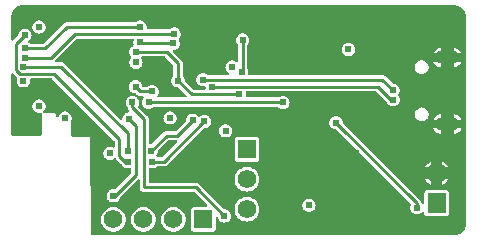
<source format=gbl>
G04 Layer: BottomLayer*
G04 EasyEDA v6.5.14, 2022-08-24 17:06:53*
G04 77cd11f6e3b44a54979dfea80d6f7020,401f954c81374b6587e5d63e119e93f9,10*
G04 Gerber Generator version 0.2*
G04 Scale: 100 percent, Rotated: No, Reflected: No *
G04 Dimensions in millimeters *
G04 leading zeros omitted , absolute positions ,4 integer and 5 decimal *
%FSLAX45Y45*%
%MOMM*%

%ADD10C,0.2540*%
%ADD11O,1.9999959999999999X1.1999976*%
%ADD12R,1.5748X1.7000*%
%ADD13C,1.7000*%
%ADD14C,1.5748*%
%ADD15R,1.5748X1.5748*%
%ADD16C,0.6110*%
%ADD17C,0.6100*%
%ADD18C,0.6200*%
%ADD19C,1.0000*%
%ADD20C,0.0186*%

%LPD*%
G36*
X-1619656Y-101396D02*
G01*
X-1623517Y-100634D01*
X-1626819Y-98399D01*
X-1628546Y-96723D01*
X-1630527Y-93827D01*
X-1631442Y-90424D01*
X-1631137Y-86868D01*
X-1629664Y-83718D01*
X-1625854Y-78232D01*
X-1621688Y-69291D01*
X-1619148Y-59791D01*
X-1618437Y-51714D01*
X-1617522Y-48260D01*
X-1615490Y-45415D01*
X-1531670Y38404D01*
X-1528368Y40640D01*
X-1524508Y41402D01*
X-1462430Y41402D01*
X-1458569Y40640D01*
X-1455267Y38404D01*
X-1453083Y35153D01*
X-1452270Y31242D01*
X-1453083Y27330D01*
X-1455267Y24079D01*
X-1577746Y-98399D01*
X-1581048Y-100634D01*
X-1584909Y-101396D01*
G37*

%LPD*%
G36*
X-2171090Y-764082D02*
G01*
X-2174951Y-763320D01*
X-2178202Y-761136D01*
X-2180437Y-757885D01*
X-2181250Y-754024D01*
X-2189988Y68986D01*
X-2190953Y70002D01*
X-2339848Y70002D01*
X-2343708Y70764D01*
X-2347010Y72999D01*
X-2349246Y76250D01*
X-2350008Y80162D01*
X-2350008Y188976D01*
X-2354122Y193243D01*
X-2355646Y196494D01*
X-2356002Y200050D01*
X-2355088Y203504D01*
X-2351735Y210718D01*
X-2349195Y220217D01*
X-2348331Y229971D01*
X-2349195Y239775D01*
X-2351735Y249275D01*
X-2355900Y258165D01*
X-2361488Y266242D01*
X-2368448Y273202D01*
X-2376525Y278790D01*
X-2385415Y282956D01*
X-2394915Y285496D01*
X-2404668Y286359D01*
X-2414473Y285496D01*
X-2423972Y282956D01*
X-2432862Y278790D01*
X-2440940Y273202D01*
X-2447899Y266242D01*
X-2453487Y258165D01*
X-2457653Y249275D01*
X-2460040Y240436D01*
X-2461920Y236728D01*
X-2465070Y234086D01*
X-2469083Y232968D01*
X-2473198Y233476D01*
X-2476754Y235610D01*
X-2479141Y239014D01*
X-2480005Y243078D01*
X-2480005Y258978D01*
X-2480716Y260705D01*
X-2489301Y269290D01*
X-2490978Y270002D01*
X-2580741Y270002D01*
X-2584653Y270764D01*
X-2587955Y272999D01*
X-2590139Y276250D01*
X-2590901Y280162D01*
X-2590139Y284022D01*
X-2587955Y287324D01*
X-2581503Y293776D01*
X-2575915Y301802D01*
X-2571750Y310692D01*
X-2569210Y320192D01*
X-2568346Y329996D01*
X-2569210Y339801D01*
X-2571750Y349300D01*
X-2575915Y358190D01*
X-2581503Y366217D01*
X-2588463Y373176D01*
X-2596540Y378815D01*
X-2605430Y382981D01*
X-2614930Y385521D01*
X-2624683Y386384D01*
X-2634488Y385521D01*
X-2643987Y382981D01*
X-2652877Y378815D01*
X-2660954Y373176D01*
X-2667914Y366217D01*
X-2673502Y358190D01*
X-2677668Y349300D01*
X-2680208Y339801D01*
X-2681071Y329996D01*
X-2680208Y320192D01*
X-2677668Y310692D01*
X-2673502Y301802D01*
X-2667914Y293776D01*
X-2660954Y286816D01*
X-2652877Y281178D01*
X-2643987Y277012D01*
X-2634488Y274472D01*
X-2624683Y273608D01*
X-2614930Y274472D01*
X-2610764Y275590D01*
X-2606700Y275844D01*
X-2602839Y274472D01*
X-2599842Y271729D01*
X-2598216Y267970D01*
X-2598115Y263906D01*
X-2599994Y258978D01*
X-2599994Y90170D01*
X-2600756Y86258D01*
X-2602992Y82956D01*
X-2606294Y80772D01*
X-2610154Y80010D01*
X-2848660Y80010D01*
X-2852521Y80772D01*
X-2855823Y82956D01*
X-2858008Y86258D01*
X-2858820Y90170D01*
X-2858820Y595985D01*
X-2858008Y599846D01*
X-2855823Y603148D01*
X-2852521Y605332D01*
X-2848660Y606145D01*
X-2844749Y605332D01*
X-2841447Y603148D01*
X-2815336Y577037D01*
X-2813405Y575462D01*
X-2810662Y571957D01*
X-2809697Y567639D01*
X-2810662Y563270D01*
X-2813202Y553770D01*
X-2814066Y543966D01*
X-2813202Y534212D01*
X-2810662Y524713D01*
X-2806496Y515823D01*
X-2800908Y507746D01*
X-2793949Y500786D01*
X-2785872Y495198D01*
X-2776982Y491032D01*
X-2767482Y488492D01*
X-2757678Y487629D01*
X-2747924Y488492D01*
X-2738424Y491032D01*
X-2729534Y495198D01*
X-2721457Y500786D01*
X-2714498Y507746D01*
X-2708910Y515823D01*
X-2704744Y524713D01*
X-2702204Y534212D01*
X-2701340Y543966D01*
X-2702255Y554329D01*
X-2701747Y558495D01*
X-2699613Y562102D01*
X-2696210Y564540D01*
X-2692095Y565404D01*
X-2518918Y565404D01*
X-2515006Y564642D01*
X-2511704Y562406D01*
X-1986229Y36880D01*
X-1983993Y33629D01*
X-1983232Y29718D01*
X-1983232Y-11430D01*
X-1984044Y-15392D01*
X-1986330Y-18745D01*
X-1989734Y-20929D01*
X-1993747Y-21590D01*
X-1997659Y-20624D01*
X-2005431Y-17018D01*
X-2014931Y-14478D01*
X-2024684Y-13614D01*
X-2034489Y-14478D01*
X-2043988Y-17018D01*
X-2052878Y-21183D01*
X-2060956Y-26822D01*
X-2067915Y-33782D01*
X-2073503Y-41808D01*
X-2077669Y-50698D01*
X-2080209Y-60198D01*
X-2081072Y-70002D01*
X-2080209Y-79806D01*
X-2077669Y-89306D01*
X-2073503Y-98196D01*
X-2067915Y-106222D01*
X-2060956Y-113182D01*
X-2052878Y-118821D01*
X-2043988Y-122986D01*
X-2034489Y-125526D01*
X-2024684Y-126390D01*
X-2014931Y-125526D01*
X-2005431Y-122986D01*
X-1996541Y-118821D01*
X-1987804Y-112725D01*
X-1984349Y-111150D01*
X-1980590Y-110947D01*
X-1976983Y-112166D01*
X-1974138Y-114604D01*
X-1971548Y-117703D01*
X-1927047Y-162255D01*
X-1925015Y-165150D01*
X-1923542Y-168198D01*
X-1917903Y-176276D01*
X-1910943Y-183235D01*
X-1902917Y-188874D01*
X-1893976Y-193040D01*
X-1884476Y-195580D01*
X-1874672Y-196443D01*
X-1864918Y-195580D01*
X-1856130Y-193192D01*
X-1852422Y-192938D01*
X-1848866Y-193954D01*
X-1845919Y-196240D01*
X-1843989Y-199390D01*
X-1843328Y-203047D01*
X-1843328Y-229768D01*
X-1844090Y-233679D01*
X-1846275Y-236982D01*
X-1980082Y-370789D01*
X-1982571Y-372618D01*
X-1985518Y-373583D01*
X-1988566Y-373684D01*
X-1992274Y-373176D01*
X-2001926Y-373634D01*
X-2011375Y-375666D01*
X-2020316Y-379222D01*
X-2028545Y-384302D01*
X-2035759Y-390652D01*
X-2041855Y-398170D01*
X-2046528Y-406603D01*
X-2049729Y-415696D01*
X-2051354Y-425196D01*
X-2051354Y-434848D01*
X-2049729Y-444347D01*
X-2046528Y-453440D01*
X-2041855Y-461873D01*
X-2035759Y-469392D01*
X-2028545Y-475742D01*
X-2020316Y-480822D01*
X-2011375Y-484378D01*
X-2001926Y-486409D01*
X-1992274Y-486867D01*
X-1982724Y-485597D01*
X-1973529Y-482803D01*
X-1964893Y-478434D01*
X-1957120Y-472693D01*
X-1950466Y-465734D01*
X-1945081Y-457758D01*
X-1941068Y-448970D01*
X-1938985Y-440842D01*
X-1937969Y-438353D01*
X-1936343Y-436219D01*
X-1790700Y-290576D01*
X-1787398Y-288391D01*
X-1783486Y-287578D01*
X-1779625Y-288391D01*
X-1776323Y-290576D01*
X-1774139Y-293878D01*
X-1773326Y-297738D01*
X-1773326Y-359308D01*
X-1772564Y-367334D01*
X-1770380Y-374548D01*
X-1766824Y-381203D01*
X-1761998Y-387045D01*
X-1756156Y-391871D01*
X-1749501Y-395427D01*
X-1742236Y-397611D01*
X-1734261Y-398424D01*
X-1315008Y-398424D01*
X-1311097Y-399186D01*
X-1307795Y-401370D01*
X-1201216Y-508000D01*
X-1198981Y-511301D01*
X-1198219Y-515213D01*
X-1198981Y-519074D01*
X-1201216Y-522376D01*
X-1204518Y-524560D01*
X-1208379Y-525373D01*
X-1311859Y-525373D01*
X-1318209Y-526084D01*
X-1323644Y-527964D01*
X-1328572Y-531063D01*
X-1332636Y-535127D01*
X-1335735Y-540054D01*
X-1337665Y-545490D01*
X-1338376Y-551840D01*
X-1338376Y-708152D01*
X-1337665Y-714502D01*
X-1335735Y-719937D01*
X-1332636Y-724865D01*
X-1328572Y-728929D01*
X-1323644Y-732028D01*
X-1318209Y-733907D01*
X-1311859Y-734669D01*
X-1155547Y-734669D01*
X-1149197Y-733907D01*
X-1143762Y-732028D01*
X-1138834Y-728929D01*
X-1134770Y-724865D01*
X-1131671Y-719937D01*
X-1129792Y-714502D01*
X-1129080Y-708152D01*
X-1129080Y-616864D01*
X-1128217Y-612800D01*
X-1125829Y-609447D01*
X-1122273Y-607263D01*
X-1118158Y-606755D01*
X-1114145Y-607872D01*
X-1110945Y-610565D01*
X-1109065Y-614222D01*
X-1107744Y-619302D01*
X-1103579Y-628243D01*
X-1097940Y-636270D01*
X-1090980Y-643229D01*
X-1082903Y-648868D01*
X-1074013Y-653034D01*
X-1064514Y-655574D01*
X-1054709Y-656437D01*
X-1044905Y-655574D01*
X-1035405Y-653034D01*
X-1026515Y-648868D01*
X-1018438Y-643229D01*
X-1011478Y-636270D01*
X-1005840Y-628243D01*
X-1001674Y-619302D01*
X-999134Y-609803D01*
X-998270Y-600049D01*
X-999134Y-590245D01*
X-1001674Y-580745D01*
X-1005840Y-571804D01*
X-1011478Y-563778D01*
X-1018438Y-556818D01*
X-1026515Y-551180D01*
X-1035405Y-547014D01*
X-1044905Y-544474D01*
X-1052880Y-543763D01*
X-1056284Y-542848D01*
X-1059180Y-540816D01*
X-1267155Y-332841D01*
X-1273352Y-327761D01*
X-1280058Y-324154D01*
X-1287272Y-321970D01*
X-1295298Y-321208D01*
X-1685950Y-321208D01*
X-1689862Y-320395D01*
X-1693164Y-318211D01*
X-1695348Y-314909D01*
X-1696110Y-311048D01*
X-1696110Y-202996D01*
X-1695450Y-199390D01*
X-1693519Y-196240D01*
X-1690573Y-193954D01*
X-1687017Y-192887D01*
X-1683359Y-193192D01*
X-1674520Y-195580D01*
X-1664716Y-196443D01*
X-1654911Y-195580D01*
X-1645412Y-193040D01*
X-1636522Y-188874D01*
X-1628444Y-183235D01*
X-1626819Y-181559D01*
X-1623517Y-179374D01*
X-1619605Y-178612D01*
X-1565249Y-178612D01*
X-1557223Y-177800D01*
X-1549958Y-175615D01*
X-1543304Y-172059D01*
X-1537055Y-166928D01*
X-1229360Y140766D01*
X-1226464Y142798D01*
X-1223060Y143713D01*
X-1214932Y144424D01*
X-1205433Y146964D01*
X-1196492Y151130D01*
X-1188466Y156768D01*
X-1181506Y163728D01*
X-1175867Y171805D01*
X-1171702Y180695D01*
X-1169162Y190195D01*
X-1168298Y199999D01*
X-1169162Y209804D01*
X-1171702Y219303D01*
X-1175867Y228193D01*
X-1181506Y236270D01*
X-1188466Y243230D01*
X-1196492Y248869D01*
X-1205433Y253034D01*
X-1214932Y255574D01*
X-1224686Y256438D01*
X-1234490Y255574D01*
X-1243990Y253034D01*
X-1252931Y248869D01*
X-1260957Y243230D01*
X-1263243Y240944D01*
X-1266952Y238607D01*
X-1271320Y238048D01*
X-1275486Y239369D01*
X-1278737Y242316D01*
X-1281480Y246227D01*
X-1288440Y253187D01*
X-1296517Y258825D01*
X-1305407Y262991D01*
X-1314907Y265531D01*
X-1324711Y266395D01*
X-1334516Y265531D01*
X-1344015Y262991D01*
X-1352905Y258825D01*
X-1360982Y253187D01*
X-1367942Y246227D01*
X-1373581Y238201D01*
X-1377746Y229260D01*
X-1380286Y219760D01*
X-1380998Y211683D01*
X-1381912Y208279D01*
X-1383944Y205384D01*
X-1467713Y121615D01*
X-1471015Y119380D01*
X-1474876Y118618D01*
X-1544167Y118618D01*
X-1552194Y117805D01*
X-1559458Y115620D01*
X-1566113Y112064D01*
X-1572310Y106933D01*
X-1670100Y9194D01*
X-1672996Y7162D01*
X-1676400Y6248D01*
X-1685086Y5486D01*
X-1689252Y5994D01*
X-1692859Y8128D01*
X-1695246Y11531D01*
X-1696110Y15595D01*
X-1696110Y219557D01*
X-1696923Y227584D01*
X-1699107Y234848D01*
X-1702663Y241503D01*
X-1707794Y247751D01*
X-1782775Y322681D01*
X-1785010Y326136D01*
X-1785721Y330149D01*
X-1784756Y334162D01*
X-1781708Y340715D01*
X-1779168Y350215D01*
X-1778304Y359968D01*
X-1779168Y369773D01*
X-1781708Y379272D01*
X-1785874Y388162D01*
X-1791512Y396240D01*
X-1798472Y403199D01*
X-1806498Y408787D01*
X-1815388Y412953D01*
X-1824888Y415493D01*
X-1834692Y416356D01*
X-1844497Y415493D01*
X-1853996Y412953D01*
X-1862886Y408787D01*
X-1870913Y403199D01*
X-1877872Y396240D01*
X-1883511Y388162D01*
X-1887677Y379272D01*
X-1890217Y369773D01*
X-1891080Y359968D01*
X-1890217Y350215D01*
X-1887677Y340715D01*
X-1883511Y331825D01*
X-1877872Y323748D01*
X-1875739Y321614D01*
X-1873707Y318770D01*
X-1872792Y315417D01*
X-1872538Y312521D01*
X-1870303Y305308D01*
X-1866747Y298602D01*
X-1861820Y292608D01*
X-1859838Y288696D01*
X-1859686Y284327D01*
X-1861362Y280263D01*
X-1864614Y277317D01*
X-1868779Y276047D01*
X-1874520Y275539D01*
X-1884019Y272999D01*
X-1892909Y268833D01*
X-1900936Y263194D01*
X-1907895Y256235D01*
X-1913534Y248208D01*
X-1917700Y239318D01*
X-1920239Y229819D01*
X-1920697Y224332D01*
X-1921764Y220675D01*
X-1924050Y217627D01*
X-1927352Y215696D01*
X-1931111Y215087D01*
X-1934870Y215900D01*
X-1938020Y218033D01*
X-2410917Y690930D01*
X-2417114Y696061D01*
X-2423820Y699617D01*
X-2431034Y701802D01*
X-2439060Y702614D01*
X-2478278Y702614D01*
X-2482138Y703376D01*
X-2485440Y705561D01*
X-2487676Y708863D01*
X-2488438Y712774D01*
X-2487676Y716635D01*
X-2485440Y719937D01*
X-2306980Y898398D01*
X-2303678Y900633D01*
X-2299817Y901395D01*
X-1833016Y901395D01*
X-1829358Y900734D01*
X-1826209Y898804D01*
X-1823974Y895858D01*
X-1822907Y892302D01*
X-1823212Y888593D01*
X-1825548Y879805D01*
X-1826412Y870000D01*
X-1825548Y860196D01*
X-1823516Y852525D01*
X-1823212Y849020D01*
X-1824126Y845616D01*
X-1826158Y842721D01*
X-1829003Y840689D01*
X-1832914Y838860D01*
X-1840941Y833221D01*
X-1847900Y826262D01*
X-1853539Y818235D01*
X-1857705Y809294D01*
X-1860245Y799795D01*
X-1861108Y789990D01*
X-1860245Y780237D01*
X-1857705Y770737D01*
X-1853539Y761796D01*
X-1847900Y753770D01*
X-1846325Y752144D01*
X-1844141Y748842D01*
X-1843328Y744982D01*
X-1844141Y741070D01*
X-1846325Y737768D01*
X-1847900Y736244D01*
X-1853488Y728167D01*
X-1857654Y719277D01*
X-1860194Y709777D01*
X-1861057Y699973D01*
X-1860194Y690219D01*
X-1857654Y680720D01*
X-1853488Y671830D01*
X-1847900Y663752D01*
X-1840941Y656793D01*
X-1832864Y651205D01*
X-1823974Y647039D01*
X-1814474Y644499D01*
X-1804670Y643636D01*
X-1794916Y644499D01*
X-1785416Y647039D01*
X-1776526Y651205D01*
X-1768449Y656793D01*
X-1761489Y663752D01*
X-1755902Y671830D01*
X-1751736Y680720D01*
X-1749196Y690219D01*
X-1748332Y699973D01*
X-1749196Y709777D01*
X-1751736Y719277D01*
X-1755902Y728167D01*
X-1760931Y735431D01*
X-1762607Y739495D01*
X-1762455Y743864D01*
X-1760423Y747776D01*
X-1756918Y750468D01*
X-1752600Y751382D01*
X-1564894Y751382D01*
X-1561033Y750620D01*
X-1557731Y748436D01*
X-1489303Y679958D01*
X-1487068Y676706D01*
X-1486306Y672795D01*
X-1486306Y589076D01*
X-1487068Y585216D01*
X-1489303Y581914D01*
X-1490929Y580237D01*
X-1496568Y572211D01*
X-1500733Y563270D01*
X-1503273Y553770D01*
X-1504137Y543966D01*
X-1503273Y534212D01*
X-1500733Y524713D01*
X-1496568Y515772D01*
X-1490929Y507746D01*
X-1483969Y500786D01*
X-1475892Y495147D01*
X-1467002Y490982D01*
X-1457502Y488442D01*
X-1449374Y487730D01*
X-1445971Y486816D01*
X-1443075Y484784D01*
X-1378254Y419963D01*
X-1376070Y416661D01*
X-1375257Y412750D01*
X-1376070Y408889D01*
X-1378254Y405587D01*
X-1381556Y403402D01*
X-1385417Y402590D01*
X-1615541Y402590D01*
X-1619859Y403555D01*
X-1623364Y406247D01*
X-1625396Y410159D01*
X-1625549Y414528D01*
X-1623872Y418592D01*
X-1618843Y425805D01*
X-1614678Y434695D01*
X-1612138Y444195D01*
X-1611274Y453999D01*
X-1612138Y463804D01*
X-1614678Y473303D01*
X-1618843Y482193D01*
X-1624482Y490270D01*
X-1631442Y497230D01*
X-1639519Y502869D01*
X-1648409Y507034D01*
X-1657908Y509574D01*
X-1667713Y510438D01*
X-1677517Y509574D01*
X-1687017Y507034D01*
X-1695907Y502869D01*
X-1703984Y497230D01*
X-1705610Y495604D01*
X-1708912Y493369D01*
X-1712772Y492607D01*
X-1741881Y492607D01*
X-1745538Y493318D01*
X-1748739Y495300D01*
X-1750974Y498297D01*
X-1751990Y501904D01*
X-1752142Y503783D01*
X-1754682Y513283D01*
X-1758848Y522224D01*
X-1764487Y530250D01*
X-1771446Y537210D01*
X-1779524Y542848D01*
X-1788414Y547014D01*
X-1797913Y549554D01*
X-1807718Y550418D01*
X-1817522Y549554D01*
X-1827022Y547014D01*
X-1835912Y542848D01*
X-1843989Y537210D01*
X-1850948Y530250D01*
X-1856587Y522224D01*
X-1860753Y513283D01*
X-1863293Y503783D01*
X-1864156Y493979D01*
X-1863293Y484225D01*
X-1860753Y474726D01*
X-1856587Y465785D01*
X-1850948Y457758D01*
X-1843989Y450799D01*
X-1835912Y445160D01*
X-1827022Y440994D01*
X-1817522Y438454D01*
X-1809394Y437743D01*
X-1805990Y436829D01*
X-1803095Y434797D01*
X-1795373Y427075D01*
X-1789125Y421944D01*
X-1782470Y418388D01*
X-1775256Y416204D01*
X-1767230Y415391D01*
X-1749856Y415391D01*
X-1745538Y414426D01*
X-1742084Y411784D01*
X-1740052Y407873D01*
X-1739849Y403453D01*
X-1741525Y399389D01*
X-1746554Y392226D01*
X-1750720Y383286D01*
X-1753260Y373786D01*
X-1754124Y363982D01*
X-1753260Y354228D01*
X-1750720Y344728D01*
X-1746554Y335788D01*
X-1740916Y327761D01*
X-1733956Y320802D01*
X-1725930Y315163D01*
X-1716989Y310997D01*
X-1707489Y308457D01*
X-1697685Y307594D01*
X-1687931Y308457D01*
X-1678432Y310997D01*
X-1669491Y315163D01*
X-1661464Y320802D01*
X-1659839Y322427D01*
X-1656537Y324612D01*
X-1652625Y325374D01*
X-609092Y325374D01*
X-605180Y324612D01*
X-601878Y322427D01*
X-596239Y316788D01*
X-588213Y311150D01*
X-579272Y306984D01*
X-569772Y304444D01*
X-559968Y303580D01*
X-550214Y304444D01*
X-540715Y306984D01*
X-531774Y311150D01*
X-523748Y316788D01*
X-516788Y323748D01*
X-511149Y331774D01*
X-506984Y340715D01*
X-504443Y350215D01*
X-503580Y359968D01*
X-504443Y369773D01*
X-506984Y379272D01*
X-511149Y388213D01*
X-516788Y396240D01*
X-523748Y403199D01*
X-531774Y408838D01*
X-540715Y413004D01*
X-550214Y415543D01*
X-559968Y416407D01*
X-569772Y415543D01*
X-579272Y413004D01*
X-588213Y408838D01*
X-594512Y404469D01*
X-597255Y403098D01*
X-600354Y402590D01*
X-865886Y402590D01*
X-869543Y403301D01*
X-872693Y405231D01*
X-874979Y408178D01*
X-875995Y411683D01*
X-875741Y415391D01*
X-874420Y420217D01*
X-873556Y429971D01*
X-874420Y439775D01*
X-875182Y442620D01*
X-875487Y446328D01*
X-874420Y449834D01*
X-872185Y452780D01*
X-869035Y454710D01*
X-865378Y455422D01*
X222097Y455422D01*
X225958Y454609D01*
X229260Y452424D01*
X319989Y361696D01*
X322021Y358800D01*
X323443Y355803D01*
X329082Y347726D01*
X336042Y340766D01*
X344068Y335127D01*
X353009Y330962D01*
X362508Y328422D01*
X372313Y327558D01*
X382066Y328422D01*
X391566Y330962D01*
X400507Y335127D01*
X408533Y340766D01*
X415493Y347726D01*
X421132Y355803D01*
X425297Y364693D01*
X427837Y374192D01*
X428701Y383997D01*
X427837Y393801D01*
X425297Y403301D01*
X421132Y412191D01*
X416966Y418185D01*
X415340Y421944D01*
X415340Y426059D01*
X416966Y429818D01*
X421132Y435813D01*
X425297Y444703D01*
X427837Y454202D01*
X428701Y464007D01*
X427837Y473811D01*
X425297Y483311D01*
X421132Y492201D01*
X415493Y500278D01*
X408533Y507238D01*
X400507Y512876D01*
X391566Y517042D01*
X382066Y519582D01*
X373989Y520293D01*
X370586Y521208D01*
X367690Y523240D01*
X309930Y580948D01*
X303733Y586079D01*
X297027Y589635D01*
X289814Y591820D01*
X281787Y592632D01*
X-845972Y592632D01*
X-849579Y593293D01*
X-852779Y595223D01*
X-855014Y598170D01*
X-856081Y601726D01*
X-855776Y605383D01*
X-854506Y610209D01*
X-853643Y619963D01*
X-854506Y629767D01*
X-857046Y639267D01*
X-860450Y646582D01*
X-861364Y650849D01*
X-861364Y844956D01*
X-860602Y848868D01*
X-858418Y852169D01*
X-856792Y853744D01*
X-851204Y861821D01*
X-847039Y870712D01*
X-844499Y880211D01*
X-843635Y889965D01*
X-844499Y899769D01*
X-847039Y909269D01*
X-851204Y918159D01*
X-856792Y926236D01*
X-863752Y933196D01*
X-871829Y938784D01*
X-880719Y942949D01*
X-890219Y945489D01*
X-899972Y946353D01*
X-909777Y945489D01*
X-919276Y942949D01*
X-928166Y938784D01*
X-936244Y933196D01*
X-943203Y926236D01*
X-948791Y918159D01*
X-952957Y909269D01*
X-955497Y899769D01*
X-956360Y889965D01*
X-955497Y880211D01*
X-952957Y870712D01*
X-948791Y861821D01*
X-943203Y853744D01*
X-941578Y852169D01*
X-939393Y848868D01*
X-938580Y844956D01*
X-938580Y712165D01*
X-939546Y707847D01*
X-942238Y704342D01*
X-946150Y702310D01*
X-950518Y702157D01*
X-954582Y703834D01*
X-961796Y708863D01*
X-970686Y713028D01*
X-980186Y715568D01*
X-989990Y716432D01*
X-999794Y715568D01*
X-1009294Y713028D01*
X-1018184Y708863D01*
X-1026261Y703224D01*
X-1033221Y696264D01*
X-1038860Y688187D01*
X-1043025Y679297D01*
X-1045565Y669798D01*
X-1046429Y659993D01*
X-1045565Y650189D01*
X-1043025Y640689D01*
X-1038860Y631799D01*
X-1033221Y623722D01*
X-1026261Y616762D01*
X-1018133Y611124D01*
X-1015237Y607974D01*
X-1013866Y603961D01*
X-1014272Y599744D01*
X-1016406Y596036D01*
X-1019810Y593496D01*
X-1023975Y592632D01*
X-1192631Y592632D01*
X-1196543Y593394D01*
X-1199845Y595579D01*
X-1201470Y597204D01*
X-1209497Y602843D01*
X-1218438Y607009D01*
X-1227937Y609549D01*
X-1237691Y610412D01*
X-1247495Y609549D01*
X-1256995Y607009D01*
X-1265936Y602843D01*
X-1273962Y597204D01*
X-1280922Y590245D01*
X-1286560Y582218D01*
X-1290726Y573278D01*
X-1293266Y563778D01*
X-1294130Y553974D01*
X-1293266Y544220D01*
X-1290726Y534720D01*
X-1286560Y525780D01*
X-1280922Y517753D01*
X-1273962Y510793D01*
X-1265936Y505155D01*
X-1256995Y500989D01*
X-1247495Y498449D01*
X-1237691Y497585D01*
X-1227937Y498449D01*
X-1226515Y498805D01*
X-1222146Y499008D01*
X-1218082Y497332D01*
X-1215085Y494080D01*
X-1213764Y489864D01*
X-1213256Y484225D01*
X-1212494Y481380D01*
X-1212240Y477723D01*
X-1213256Y474167D01*
X-1215542Y471220D01*
X-1218692Y469290D01*
X-1222349Y468579D01*
X-1313484Y468579D01*
X-1317396Y469392D01*
X-1320698Y471576D01*
X-1388465Y539394D01*
X-1390497Y542290D01*
X-1391412Y545693D01*
X-1392123Y553770D01*
X-1394663Y563270D01*
X-1398828Y572211D01*
X-1404467Y580237D01*
X-1406093Y581914D01*
X-1408328Y585216D01*
X-1409090Y589076D01*
X-1409090Y692505D01*
X-1409903Y700532D01*
X-1412087Y707745D01*
X-1415643Y714400D01*
X-1420774Y720648D01*
X-1487170Y787044D01*
X-1489303Y790244D01*
X-1490116Y793953D01*
X-1489506Y797712D01*
X-1487576Y801014D01*
X-1484528Y803351D01*
X-1470710Y806958D01*
X-1461770Y811123D01*
X-1453743Y816762D01*
X-1446784Y823721D01*
X-1441145Y831799D01*
X-1436979Y840689D01*
X-1434439Y850188D01*
X-1433576Y859993D01*
X-1434439Y869797D01*
X-1436979Y879246D01*
X-1441704Y889304D01*
X-1442669Y893318D01*
X-1441958Y897382D01*
X-1439722Y900836D01*
X-1436776Y903732D01*
X-1431137Y911809D01*
X-1426972Y920699D01*
X-1424432Y930198D01*
X-1423568Y940003D01*
X-1424432Y949807D01*
X-1426972Y959307D01*
X-1431137Y968197D01*
X-1436776Y976274D01*
X-1443736Y983234D01*
X-1451813Y988872D01*
X-1460703Y993038D01*
X-1470202Y995578D01*
X-1480007Y996442D01*
X-1489811Y995578D01*
X-1499311Y993038D01*
X-1508201Y988872D01*
X-1516278Y983234D01*
X-1517904Y981608D01*
X-1521206Y979373D01*
X-1525117Y978611D01*
X-1704339Y978611D01*
X-1708454Y979474D01*
X-1711858Y981913D01*
X-1713992Y985519D01*
X-1714500Y989634D01*
X-1713585Y999998D01*
X-1714449Y1009802D01*
X-1716989Y1019302D01*
X-1721154Y1028192D01*
X-1726793Y1036269D01*
X-1733753Y1043228D01*
X-1741779Y1048867D01*
X-1750720Y1053033D01*
X-1760220Y1055573D01*
X-1769973Y1056436D01*
X-1779778Y1055573D01*
X-1789277Y1053033D01*
X-1798218Y1048867D01*
X-1806244Y1043228D01*
X-1807921Y1041603D01*
X-1811172Y1039368D01*
X-1815084Y1038606D01*
X-2389479Y1038606D01*
X-2397506Y1037793D01*
X-2404770Y1035608D01*
X-2411425Y1032052D01*
X-2417673Y1026972D01*
X-2583027Y861568D01*
X-2586329Y859383D01*
X-2590190Y858570D01*
X-2699613Y858570D01*
X-2703474Y859383D01*
X-2706776Y861568D01*
X-2708452Y863193D01*
X-2713380Y866648D01*
X-2716072Y869442D01*
X-2717495Y873048D01*
X-2717495Y876909D01*
X-2716072Y880516D01*
X-2713380Y883310D01*
X-2708452Y886764D01*
X-2701493Y893724D01*
X-2695854Y901801D01*
X-2691688Y910691D01*
X-2689148Y920191D01*
X-2688285Y929995D01*
X-2689148Y939800D01*
X-2691688Y949299D01*
X-2695854Y958189D01*
X-2701493Y966266D01*
X-2708452Y973226D01*
X-2716479Y978865D01*
X-2725420Y983030D01*
X-2734919Y985570D01*
X-2744724Y986434D01*
X-2754477Y985570D01*
X-2763977Y983030D01*
X-2772918Y978865D01*
X-2780944Y973226D01*
X-2787904Y966266D01*
X-2793542Y958189D01*
X-2797708Y949299D01*
X-2800248Y939800D01*
X-2800959Y931722D01*
X-2801874Y928268D01*
X-2803906Y925423D01*
X-2834640Y894638D01*
X-2842717Y885139D01*
X-2846781Y883412D01*
X-2851200Y883564D01*
X-2855163Y885596D01*
X-2857855Y889050D01*
X-2858820Y893368D01*
X-2858820Y1083970D01*
X-2857906Y1097534D01*
X-2855722Y1109268D01*
X-2852064Y1120698D01*
X-2847086Y1131570D01*
X-2840837Y1141730D01*
X-2833420Y1151128D01*
X-2824886Y1159510D01*
X-2815437Y1166825D01*
X-2805176Y1172972D01*
X-2794254Y1177798D01*
X-2782824Y1181303D01*
X-2771038Y1183386D01*
X-2758643Y1184097D01*
X889253Y1184097D01*
X902817Y1183233D01*
X914603Y1180998D01*
X925982Y1177340D01*
X936853Y1172362D01*
X947013Y1166114D01*
X956411Y1158697D01*
X964793Y1150213D01*
X972108Y1140714D01*
X978255Y1130452D01*
X983081Y1119530D01*
X986586Y1108100D01*
X988669Y1096314D01*
X989380Y1083970D01*
X989380Y-663956D01*
X988517Y-677519D01*
X986282Y-689305D01*
X982624Y-700684D01*
X977696Y-711555D01*
X971448Y-721766D01*
X963980Y-731113D01*
X955497Y-739495D01*
X946048Y-746810D01*
X935736Y-752957D01*
X924814Y-757783D01*
X913384Y-761288D01*
X901598Y-763371D01*
X889253Y-764082D01*
G37*

%LPC*%
G36*
X-1741728Y-734618D02*
G01*
X-1728063Y-733704D01*
X-1714652Y-731062D01*
X-1701647Y-726643D01*
X-1689404Y-720598D01*
X-1678025Y-712978D01*
X-1667713Y-703986D01*
X-1658721Y-693674D01*
X-1651101Y-682294D01*
X-1645056Y-670052D01*
X-1640636Y-657098D01*
X-1637995Y-643636D01*
X-1637080Y-630021D01*
X-1637995Y-616356D01*
X-1640636Y-602894D01*
X-1645056Y-589940D01*
X-1651101Y-577697D01*
X-1658721Y-566318D01*
X-1667713Y-556006D01*
X-1678025Y-547014D01*
X-1689404Y-539394D01*
X-1701647Y-533349D01*
X-1714652Y-528929D01*
X-1728063Y-526288D01*
X-1741728Y-525373D01*
X-1755343Y-526288D01*
X-1768805Y-528929D01*
X-1781759Y-533349D01*
X-1794002Y-539394D01*
X-1805381Y-547014D01*
X-1815693Y-556006D01*
X-1824736Y-566318D01*
X-1832305Y-577697D01*
X-1838350Y-589940D01*
X-1842770Y-602894D01*
X-1845462Y-616356D01*
X-1846325Y-630021D01*
X-1845462Y-643636D01*
X-1842770Y-657098D01*
X-1838350Y-670052D01*
X-1832305Y-682294D01*
X-1824736Y-693674D01*
X-1815693Y-703986D01*
X-1805381Y-712978D01*
X-1794002Y-720598D01*
X-1781759Y-726643D01*
X-1768805Y-731062D01*
X-1755343Y-733704D01*
G37*
G36*
X-1487728Y-734618D02*
G01*
X-1474063Y-733704D01*
X-1460652Y-731062D01*
X-1447647Y-726643D01*
X-1435404Y-720598D01*
X-1424025Y-712978D01*
X-1413713Y-703986D01*
X-1404721Y-693674D01*
X-1397101Y-682294D01*
X-1391056Y-670052D01*
X-1386636Y-657098D01*
X-1383995Y-643636D01*
X-1383080Y-630021D01*
X-1383995Y-616356D01*
X-1386636Y-602894D01*
X-1391056Y-589940D01*
X-1397101Y-577697D01*
X-1404721Y-566318D01*
X-1413713Y-556006D01*
X-1424025Y-547014D01*
X-1435404Y-539394D01*
X-1447647Y-533349D01*
X-1460652Y-528929D01*
X-1474063Y-526288D01*
X-1487728Y-525373D01*
X-1501343Y-526288D01*
X-1514805Y-528929D01*
X-1527759Y-533349D01*
X-1540002Y-539394D01*
X-1551381Y-547014D01*
X-1561693Y-556006D01*
X-1570736Y-566318D01*
X-1578305Y-577697D01*
X-1584350Y-589940D01*
X-1588770Y-602894D01*
X-1591462Y-616356D01*
X-1592326Y-630021D01*
X-1591462Y-643636D01*
X-1588770Y-657098D01*
X-1584350Y-670052D01*
X-1578305Y-682294D01*
X-1570736Y-693674D01*
X-1561693Y-703986D01*
X-1551381Y-712978D01*
X-1540002Y-720598D01*
X-1527759Y-726643D01*
X-1514805Y-731062D01*
X-1501343Y-733704D01*
G37*
G36*
X-1995728Y-734618D02*
G01*
X-1982063Y-733704D01*
X-1968652Y-731062D01*
X-1955647Y-726643D01*
X-1943404Y-720598D01*
X-1932025Y-712978D01*
X-1921713Y-703986D01*
X-1912721Y-693674D01*
X-1905101Y-682294D01*
X-1899056Y-670052D01*
X-1894636Y-657098D01*
X-1891995Y-643636D01*
X-1891080Y-630021D01*
X-1891995Y-616356D01*
X-1894636Y-602894D01*
X-1899056Y-589940D01*
X-1905101Y-577697D01*
X-1912721Y-566318D01*
X-1921713Y-556006D01*
X-1932025Y-547014D01*
X-1943404Y-539394D01*
X-1955647Y-533349D01*
X-1968652Y-528929D01*
X-1982063Y-526288D01*
X-1995728Y-525373D01*
X-2009343Y-526288D01*
X-2022805Y-528929D01*
X-2035759Y-533349D01*
X-2048002Y-539394D01*
X-2059381Y-547014D01*
X-2069693Y-556006D01*
X-2078736Y-566318D01*
X-2086305Y-577697D01*
X-2092350Y-589940D01*
X-2096770Y-602894D01*
X-2099462Y-616356D01*
X-2100326Y-630021D01*
X-2099462Y-643636D01*
X-2096770Y-657098D01*
X-2092350Y-670052D01*
X-2086305Y-682294D01*
X-2078736Y-693674D01*
X-2069693Y-703986D01*
X-2059381Y-712978D01*
X-2048002Y-720598D01*
X-2035759Y-726643D01*
X-2022805Y-731062D01*
X-2009343Y-733704D01*
G37*
G36*
X-864616Y-648563D02*
G01*
X-850950Y-647649D01*
X-837539Y-645007D01*
X-824585Y-640588D01*
X-812292Y-634542D01*
X-800912Y-626922D01*
X-790651Y-617931D01*
X-781608Y-607618D01*
X-773988Y-596239D01*
X-767943Y-583946D01*
X-763574Y-570992D01*
X-760882Y-557580D01*
X-759968Y-543915D01*
X-760882Y-530250D01*
X-763574Y-516839D01*
X-767943Y-503885D01*
X-773988Y-491642D01*
X-781608Y-480263D01*
X-790651Y-469950D01*
X-800912Y-460908D01*
X-812292Y-453339D01*
X-824585Y-447293D01*
X-837539Y-442874D01*
X-850950Y-440182D01*
X-864616Y-439318D01*
X-878281Y-440182D01*
X-891692Y-442874D01*
X-904646Y-447293D01*
X-916940Y-453339D01*
X-928319Y-460908D01*
X-938580Y-469950D01*
X-947623Y-480263D01*
X-955243Y-491642D01*
X-961288Y-503885D01*
X-965657Y-516839D01*
X-968349Y-530250D01*
X-969264Y-543915D01*
X-968349Y-557580D01*
X-965657Y-570992D01*
X-961288Y-583946D01*
X-955243Y-596239D01*
X-947623Y-607618D01*
X-938580Y-617931D01*
X-928319Y-626922D01*
X-916940Y-634542D01*
X-904646Y-640588D01*
X-891692Y-645007D01*
X-878281Y-647649D01*
G37*
G36*
X664108Y-603910D02*
G01*
X820470Y-603910D01*
X826769Y-603199D01*
X832256Y-601268D01*
X837133Y-598220D01*
X841248Y-594106D01*
X844296Y-589229D01*
X846226Y-583742D01*
X846937Y-577443D01*
X846937Y-408584D01*
X846226Y-402234D01*
X844296Y-396798D01*
X841248Y-391871D01*
X837133Y-387807D01*
X832256Y-384708D01*
X826769Y-382778D01*
X820470Y-382066D01*
X664108Y-382066D01*
X657809Y-382778D01*
X652322Y-384708D01*
X647446Y-387807D01*
X643331Y-391871D01*
X640283Y-396798D01*
X638352Y-402234D01*
X637641Y-408584D01*
X637641Y-488848D01*
X636778Y-493014D01*
X634238Y-496417D01*
X630529Y-498551D01*
X626313Y-498957D01*
X622300Y-497585D01*
X615137Y-490372D01*
X613613Y-488391D01*
X612597Y-486156D01*
X610920Y-480568D01*
X607364Y-473862D01*
X602234Y-467664D01*
X-50800Y185369D01*
X-52832Y188264D01*
X-53746Y191668D01*
X-54457Y199796D01*
X-56997Y209296D01*
X-61163Y218186D01*
X-66802Y226263D01*
X-73761Y233222D01*
X-81788Y238861D01*
X-90728Y243027D01*
X-100228Y245567D01*
X-109982Y246430D01*
X-119786Y245567D01*
X-129285Y243027D01*
X-138226Y238861D01*
X-146253Y233222D01*
X-153212Y226263D01*
X-158851Y218186D01*
X-163017Y209296D01*
X-165557Y199796D01*
X-166420Y189992D01*
X-165557Y180187D01*
X-163017Y170688D01*
X-158851Y161798D01*
X-153212Y153720D01*
X-146253Y146761D01*
X-138226Y141122D01*
X-129285Y136956D01*
X-119786Y134416D01*
X-111709Y133705D01*
X-108305Y132791D01*
X-105410Y130759D01*
X521614Y-496265D01*
X523900Y-499668D01*
X524611Y-503732D01*
X523646Y-507746D01*
X522274Y-510692D01*
X519734Y-520192D01*
X518871Y-529996D01*
X519734Y-539800D01*
X522274Y-549300D01*
X526440Y-558190D01*
X532079Y-566267D01*
X539038Y-573227D01*
X547065Y-578866D01*
X556006Y-583031D01*
X565505Y-585571D01*
X575310Y-586435D01*
X585063Y-585571D01*
X594563Y-583031D01*
X603504Y-578866D01*
X611530Y-573227D01*
X622300Y-562406D01*
X626313Y-561035D01*
X630529Y-561441D01*
X634238Y-563575D01*
X636778Y-566978D01*
X637641Y-571144D01*
X637641Y-577443D01*
X638352Y-583742D01*
X640283Y-589229D01*
X643331Y-594106D01*
X647446Y-598220D01*
X652322Y-601268D01*
X657809Y-603199D01*
G37*
G36*
X-340004Y-566420D02*
G01*
X-330200Y-565556D01*
X-320700Y-563016D01*
X-311810Y-558850D01*
X-303733Y-553212D01*
X-296773Y-546252D01*
X-291134Y-538226D01*
X-286969Y-529285D01*
X-284429Y-519785D01*
X-283565Y-510032D01*
X-284429Y-500227D01*
X-286969Y-490728D01*
X-291134Y-481787D01*
X-296773Y-473760D01*
X-303733Y-466801D01*
X-311810Y-461162D01*
X-320700Y-456996D01*
X-330200Y-454456D01*
X-340004Y-453593D01*
X-349808Y-454456D01*
X-359308Y-456996D01*
X-368198Y-461162D01*
X-376275Y-466801D01*
X-383235Y-473760D01*
X-388874Y-481787D01*
X-393039Y-490728D01*
X-395579Y-500227D01*
X-396443Y-510032D01*
X-395579Y-519785D01*
X-393039Y-529285D01*
X-388874Y-538226D01*
X-383235Y-546252D01*
X-376275Y-553212D01*
X-368198Y-558850D01*
X-359308Y-563016D01*
X-349808Y-565556D01*
G37*
G36*
X-864616Y-394563D02*
G01*
X-850950Y-393649D01*
X-837539Y-391007D01*
X-824585Y-386588D01*
X-812292Y-380542D01*
X-800912Y-372922D01*
X-790651Y-363931D01*
X-781608Y-353618D01*
X-773988Y-342239D01*
X-767943Y-329946D01*
X-763574Y-316992D01*
X-760882Y-303580D01*
X-759968Y-289915D01*
X-760882Y-276250D01*
X-763574Y-262839D01*
X-767943Y-249885D01*
X-773988Y-237642D01*
X-781608Y-226263D01*
X-790651Y-215950D01*
X-800912Y-206908D01*
X-812292Y-199339D01*
X-824585Y-193294D01*
X-837539Y-188874D01*
X-850950Y-186182D01*
X-864616Y-185318D01*
X-878281Y-186182D01*
X-891692Y-188874D01*
X-904646Y-193294D01*
X-916940Y-199339D01*
X-928319Y-206908D01*
X-938580Y-215950D01*
X-947623Y-226263D01*
X-955243Y-237642D01*
X-961288Y-249885D01*
X-965657Y-262839D01*
X-968349Y-276250D01*
X-969264Y-289915D01*
X-968349Y-303580D01*
X-965657Y-316992D01*
X-961288Y-329946D01*
X-955243Y-342239D01*
X-947623Y-353618D01*
X-938580Y-363931D01*
X-928319Y-372922D01*
X-916940Y-380542D01*
X-904646Y-386588D01*
X-891692Y-391007D01*
X-878281Y-393649D01*
G37*
G36*
X693420Y-338480D02*
G01*
X693420Y-287832D01*
X642924Y-287832D01*
X643991Y-290271D01*
X651357Y-302412D01*
X660196Y-313537D01*
X670407Y-323443D01*
X681786Y-331927D01*
G37*
G36*
X791159Y-338480D02*
G01*
X802792Y-331927D01*
X814171Y-323443D01*
X824382Y-313537D01*
X833221Y-302412D01*
X840587Y-290271D01*
X841705Y-287832D01*
X791159Y-287832D01*
G37*
G36*
X642975Y-190144D02*
G01*
X693420Y-190144D01*
X693420Y-139700D01*
X687882Y-142392D01*
X675995Y-150114D01*
X665175Y-159359D01*
X655624Y-169875D01*
X647446Y-181508D01*
G37*
G36*
X791159Y-190144D02*
G01*
X841603Y-190144D01*
X837133Y-181508D01*
X829005Y-169875D01*
X819454Y-159359D01*
X808634Y-150114D01*
X796696Y-142392D01*
X791159Y-139700D01*
G37*
G36*
X-942797Y-140563D02*
G01*
X-786434Y-140563D01*
X-780135Y-139852D01*
X-774649Y-137972D01*
X-769772Y-134874D01*
X-765657Y-130759D01*
X-762609Y-125882D01*
X-760679Y-120446D01*
X-759968Y-114096D01*
X-759968Y42214D01*
X-760679Y48564D01*
X-762609Y54000D01*
X-765657Y58928D01*
X-769772Y62991D01*
X-774649Y66090D01*
X-780135Y68021D01*
X-786434Y68732D01*
X-942797Y68732D01*
X-949096Y68021D01*
X-954582Y66090D01*
X-959459Y62991D01*
X-963574Y58928D01*
X-966622Y54000D01*
X-968552Y48564D01*
X-969264Y42214D01*
X-969264Y-114096D01*
X-968552Y-120446D01*
X-966622Y-125882D01*
X-963574Y-130759D01*
X-959459Y-134874D01*
X-954582Y-137972D01*
X-949096Y-139852D01*
G37*
G36*
X-1044702Y63601D02*
G01*
X-1034897Y64465D01*
X-1025398Y67005D01*
X-1016508Y71170D01*
X-1008481Y76809D01*
X-1001521Y83769D01*
X-995883Y91795D01*
X-991717Y100685D01*
X-989177Y110185D01*
X-988314Y119989D01*
X-989177Y129794D01*
X-991717Y139293D01*
X-995883Y148183D01*
X-1001521Y156210D01*
X-1008481Y163169D01*
X-1016508Y168808D01*
X-1025398Y172974D01*
X-1034897Y175514D01*
X-1044702Y176377D01*
X-1054506Y175514D01*
X-1064006Y172974D01*
X-1072896Y168808D01*
X-1080922Y163169D01*
X-1087882Y156210D01*
X-1093520Y148183D01*
X-1097686Y139293D01*
X-1100226Y129794D01*
X-1101090Y119989D01*
X-1100226Y110185D01*
X-1097686Y100685D01*
X-1093520Y91795D01*
X-1087882Y83769D01*
X-1080922Y76809D01*
X-1072896Y71170D01*
X-1064006Y67005D01*
X-1054506Y64465D01*
G37*
G36*
X888187Y93370D02*
G01*
X896061Y95097D01*
X907542Y99364D01*
X918260Y105257D01*
X928065Y112572D01*
X936752Y121259D01*
X944118Y131064D01*
X949604Y141173D01*
X888187Y141173D01*
G37*
G36*
X775512Y93370D02*
G01*
X775512Y141173D01*
X714095Y141173D01*
X719582Y131064D01*
X726948Y121259D01*
X735584Y112572D01*
X745439Y105257D01*
X756158Y99364D01*
X767638Y95097D01*
G37*
G36*
X-1514703Y173634D02*
G01*
X-1504899Y174498D01*
X-1495399Y177038D01*
X-1486509Y181203D01*
X-1478483Y186791D01*
X-1471523Y193751D01*
X-1465884Y201828D01*
X-1461719Y210718D01*
X-1459179Y220217D01*
X-1458315Y229971D01*
X-1459179Y239775D01*
X-1461719Y249275D01*
X-1465884Y258165D01*
X-1471523Y266242D01*
X-1478483Y273202D01*
X-1486509Y278790D01*
X-1495399Y282956D01*
X-1504899Y285496D01*
X-1514703Y286359D01*
X-1524508Y285496D01*
X-1534007Y282956D01*
X-1542897Y278790D01*
X-1550924Y273202D01*
X-1557883Y266242D01*
X-1563522Y258165D01*
X-1567688Y249275D01*
X-1570228Y239775D01*
X-1571091Y229971D01*
X-1570228Y220217D01*
X-1567688Y210718D01*
X-1563522Y201828D01*
X-1557883Y193751D01*
X-1550924Y186791D01*
X-1542897Y181203D01*
X-1534007Y177038D01*
X-1524508Y174498D01*
G37*
G36*
X618134Y201676D02*
G01*
X627938Y202946D01*
X637387Y205841D01*
X646226Y210312D01*
X654202Y216154D01*
X661060Y223316D01*
X666597Y231546D01*
X670661Y240538D01*
X673201Y250139D01*
X674014Y259994D01*
X673201Y269849D01*
X670661Y279450D01*
X666597Y288442D01*
X661060Y296672D01*
X654202Y303834D01*
X646226Y309676D01*
X637387Y314147D01*
X627938Y317042D01*
X618134Y318312D01*
X608228Y317906D01*
X598576Y315823D01*
X589381Y312115D01*
X580948Y306933D01*
X573481Y300380D01*
X567283Y292658D01*
X562457Y284022D01*
X559155Y274726D01*
X557479Y264922D01*
X557479Y255066D01*
X559155Y245262D01*
X562457Y235966D01*
X567283Y227329D01*
X573481Y219608D01*
X580948Y213055D01*
X589381Y207873D01*
X598576Y204165D01*
X608228Y202082D01*
G37*
G36*
X714095Y213867D02*
G01*
X775512Y213867D01*
X775512Y261620D01*
X767638Y259892D01*
X756158Y255625D01*
X745439Y249732D01*
X735584Y242417D01*
X726948Y233730D01*
X719582Y223926D01*
G37*
G36*
X888187Y213867D02*
G01*
X949604Y213867D01*
X944118Y223926D01*
X936752Y233730D01*
X928065Y242417D01*
X918260Y249732D01*
X907542Y255625D01*
X896061Y259892D01*
X888187Y261620D01*
G37*
G36*
X618134Y601675D02*
G01*
X627938Y602945D01*
X637387Y605840D01*
X646226Y610311D01*
X654202Y616153D01*
X661060Y623316D01*
X666597Y631545D01*
X670661Y640537D01*
X673201Y650138D01*
X674014Y659993D01*
X673201Y669848D01*
X670661Y679450D01*
X666597Y688441D01*
X661060Y696671D01*
X654202Y703834D01*
X646226Y709676D01*
X637387Y714146D01*
X627938Y717042D01*
X618134Y718312D01*
X608228Y717905D01*
X598576Y715822D01*
X589381Y712114D01*
X580948Y706932D01*
X573481Y700379D01*
X567283Y692658D01*
X562457Y684022D01*
X559155Y674725D01*
X557479Y664921D01*
X557479Y655066D01*
X559155Y645261D01*
X562457Y635965D01*
X567283Y627329D01*
X573481Y619607D01*
X580948Y613054D01*
X589381Y607872D01*
X598576Y604164D01*
X608228Y602081D01*
G37*
G36*
X888187Y658368D02*
G01*
X896061Y660095D01*
X907542Y664362D01*
X918260Y670255D01*
X928065Y677570D01*
X936752Y686257D01*
X944118Y696061D01*
X949604Y706170D01*
X888187Y706170D01*
G37*
G36*
X775512Y658368D02*
G01*
X775512Y706170D01*
X714095Y706170D01*
X719582Y696061D01*
X726948Y686257D01*
X735584Y677570D01*
X745439Y670255D01*
X756158Y664362D01*
X767638Y660095D01*
G37*
G36*
X-4673Y753567D02*
G01*
X5080Y754430D01*
X14579Y756970D01*
X23520Y761136D01*
X31546Y766775D01*
X38506Y773734D01*
X44145Y781812D01*
X48310Y790702D01*
X50850Y800201D01*
X51714Y810006D01*
X50850Y819810D01*
X48310Y829310D01*
X44145Y838200D01*
X38506Y846277D01*
X31546Y853236D01*
X23520Y858875D01*
X14579Y863041D01*
X5080Y865581D01*
X-4673Y866444D01*
X-14478Y865581D01*
X-23977Y863041D01*
X-32918Y858875D01*
X-40944Y853236D01*
X-47904Y846277D01*
X-53543Y838200D01*
X-57708Y829310D01*
X-60248Y819810D01*
X-61112Y810006D01*
X-60248Y800201D01*
X-57708Y790702D01*
X-53543Y781812D01*
X-47904Y773734D01*
X-40944Y766775D01*
X-32918Y761136D01*
X-23977Y756970D01*
X-14478Y754430D01*
G37*
G36*
X714095Y778865D02*
G01*
X775512Y778865D01*
X775512Y826617D01*
X767638Y824890D01*
X756158Y820623D01*
X745439Y814730D01*
X735584Y807415D01*
X726948Y798728D01*
X719582Y788924D01*
G37*
G36*
X888187Y778865D02*
G01*
X949604Y778865D01*
X944118Y788924D01*
X936752Y798728D01*
X928065Y807415D01*
X918260Y814730D01*
X907542Y820623D01*
X896061Y824890D01*
X888187Y826617D01*
G37*
G36*
X-2624683Y943610D02*
G01*
X-2614930Y944473D01*
X-2605430Y947013D01*
X-2596540Y951179D01*
X-2588463Y956818D01*
X-2581503Y963777D01*
X-2575915Y971803D01*
X-2571750Y980694D01*
X-2569210Y990193D01*
X-2568346Y999998D01*
X-2569210Y1009802D01*
X-2571750Y1019302D01*
X-2575915Y1028192D01*
X-2581503Y1036218D01*
X-2588463Y1043178D01*
X-2596540Y1048816D01*
X-2605430Y1052982D01*
X-2614930Y1055522D01*
X-2624683Y1056386D01*
X-2634488Y1055522D01*
X-2643987Y1052982D01*
X-2652877Y1048816D01*
X-2660954Y1043178D01*
X-2667914Y1036218D01*
X-2673502Y1028192D01*
X-2677668Y1019302D01*
X-2680208Y1009802D01*
X-2681071Y999998D01*
X-2680208Y990193D01*
X-2677668Y980694D01*
X-2673502Y971803D01*
X-2667914Y963777D01*
X-2660954Y956818D01*
X-2652877Y951179D01*
X-2643987Y947013D01*
X-2634488Y944473D01*
G37*

%LPD*%
D10*
X-899998Y889990D02*
G01*
X-899998Y629996D01*
X-910005Y619991D01*
X-1479999Y940000D02*
G01*
X-2320000Y940000D01*
X-2519997Y740003D01*
X-2744698Y740003D01*
X-1770001Y1000000D02*
G01*
X-2390000Y1000000D01*
X-2570012Y819988D01*
X-2744698Y819988D01*
X-1490002Y860000D02*
G01*
X-1759999Y860000D01*
X-1769998Y870000D01*
X-1697702Y363999D02*
G01*
X-559993Y363999D01*
X-559993Y359994D01*
X-1237701Y554009D02*
G01*
X282293Y554009D01*
X372295Y464004D01*
X-110007Y189992D02*
G01*
X575287Y-495302D01*
X575287Y-529998D01*
X-1324716Y209991D02*
G01*
X-1454693Y80010D01*
X-1544683Y80010D01*
X-1674698Y-50002D01*
X-1224716Y200009D02*
G01*
X-1564726Y-139999D01*
X-1664713Y-139999D01*
X-1994715Y-430011D02*
G01*
X-1984730Y-430011D01*
X-1804710Y-249991D01*
X-1804710Y159986D01*
X-1864713Y220002D01*
X-1834700Y360006D02*
G01*
X-1834700Y320039D01*
X-1734738Y220075D01*
X-1734738Y-359801D01*
X-1294800Y-359801D01*
X-1054778Y-599836D01*
X-1874697Y-50002D02*
G01*
X-1874697Y100139D01*
X-2438557Y663994D01*
X-2757708Y663994D01*
X-1447698Y544001D02*
G01*
X-1447698Y692995D01*
X-1544708Y790008D01*
X-1804710Y790008D01*
X-1157706Y494012D02*
G01*
X242282Y494012D01*
X352280Y384004D01*
X372285Y384004D01*
X-1807712Y494007D02*
G01*
X-1767715Y454009D01*
X-1667715Y454009D01*
X-2744698Y930005D02*
G01*
X-2807713Y867001D01*
X-2807713Y864006D01*
X-2817710Y854003D01*
X-2817710Y634004D01*
X-2787708Y604004D01*
X-2498709Y604004D01*
X-1944621Y49921D01*
X-1944621Y-90032D01*
X-1894591Y-140068D01*
X-1874771Y-140068D01*
X-1447695Y544001D02*
G01*
X-1333693Y429996D01*
X-929995Y429996D01*
D11*
G01*
X831850Y177495D03*
G01*
X831850Y742492D03*
D12*
G01*
X742289Y-492988D03*
D13*
G01*
X742289Y-238988D03*
D14*
G01*
X-864615Y-543940D03*
G01*
X-864615Y-289940D03*
D15*
G01*
X-864615Y-35940D03*
G01*
X-1233703Y-629996D03*
D14*
G01*
X-1487703Y-630021D03*
G01*
X-1741703Y-630021D03*
G01*
X-1995703Y-630021D03*
D16*
G01*
X59994Y-70002D03*
G01*
X575284Y-529996D03*
D17*
G01*
X195300Y-340004D03*
D16*
G01*
X-110007Y189992D03*
G01*
X-1667713Y453999D03*
G01*
X-1807718Y494004D03*
G01*
X-559993Y359994D03*
G01*
X-1697710Y364007D03*
G01*
X-929995Y429996D03*
G01*
X-1317701Y564006D03*
G01*
X-1237716Y553999D03*
G01*
X-1157706Y494004D03*
G01*
X372287Y383997D03*
G01*
X372287Y464007D03*
G01*
X295300Y810006D03*
G01*
X-1137716Y243992D03*
G01*
X-989990Y659993D03*
G01*
X-340004Y-510006D03*
G01*
X295300Y80010D03*
G01*
X-4698Y810006D03*
G01*
X192303Y294005D03*
G01*
X745286Y-50012D03*
G01*
X-1674698Y1050010D03*
G01*
X-1804695Y790016D03*
G01*
X-729995Y759993D03*
G01*
X-1447698Y543991D03*
G01*
X-1489989Y859993D03*
G01*
X-1480007Y940003D03*
D17*
G01*
X-2024710Y-70002D03*
G01*
X-2757703Y464007D03*
G01*
X-1614703Y229997D03*
G01*
X-1864715Y220014D03*
D18*
G01*
X-1994712Y-430021D03*
D17*
G01*
X-2274722Y670001D03*
D16*
G01*
X-2744698Y740003D03*
G01*
X-2744698Y819988D03*
D17*
G01*
X-2404694Y229997D03*
G01*
X-2624709Y329996D03*
D19*
G01*
X-2214702Y140004D03*
D17*
G01*
X-1524711Y0D03*
G01*
X-1514703Y229997D03*
G01*
X-2644698Y159994D03*
G01*
X-2624709Y999997D03*
G01*
X-2757703Y543991D03*
G01*
X425297Y-510006D03*
G01*
X-1804695Y699998D03*
D16*
G01*
X-1054709Y-600024D03*
D17*
G01*
X-1834692Y359994D03*
G01*
X-1074699Y0D03*
D16*
G01*
X-1324711Y209981D03*
G01*
X-1224711Y199999D03*
G01*
X-1664715Y-140004D03*
G01*
X-1674698Y-50012D03*
G01*
X-1874697Y-50012D03*
G01*
X-1874697Y-140004D03*
G01*
X-2757703Y664006D03*
G01*
X-2744698Y929995D03*
D17*
G01*
X-1044702Y119989D03*
D16*
G01*
X-410006Y759993D03*
D17*
G01*
X-899998Y889990D03*
G01*
X-910005Y619988D03*
D16*
G01*
X-1769998Y870000D03*
G01*
X-1769998Y999997D03*
M02*

</source>
